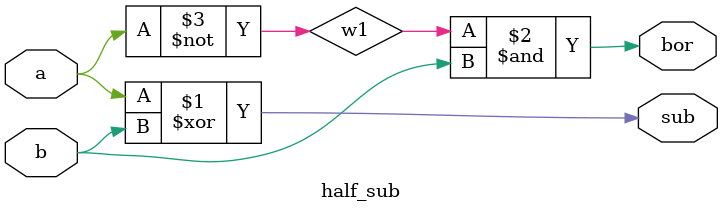
<source format=v>
`timescale 1ns / 1ps
module half_sub(sub, bor, a, b  );
	input a, b;
	output sub, bor;
	wire w1;
	xor xor1(sub, a, b);
	not not1(w1, a);
	and and1(bor, w1, b);

endmodule

</source>
